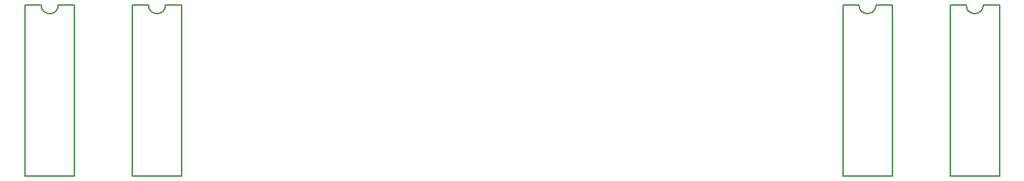
<source format=gbo>
G04 #@! TF.FileFunction,Legend,Bot*
%FSLAX46Y46*%
G04 Gerber Fmt 4.6, Leading zero omitted, Abs format (unit mm)*
G04 Created by KiCad (PCBNEW 4.0.6) date Thursday, 30. August 2018 'u42' 16:42:36*
%MOMM*%
%LPD*%
G01*
G04 APERTURE LIST*
%ADD10C,0.100000*%
%ADD11C,0.152400*%
G04 APERTURE END LIST*
D10*
D11*
X100660200Y-59232800D02*
X100660200Y-38912800D01*
X106502200Y-38912800D02*
X106502200Y-59232800D01*
X100660200Y-59232800D02*
X106502200Y-59232800D01*
X100660200Y-38912800D02*
X102565200Y-38912800D01*
X106502200Y-38912800D02*
X104597200Y-38912800D01*
X104597200Y-38912800D02*
G75*
G02X102565200Y-38912800I-1016000J0D01*
G01*
X87960200Y-59232800D02*
X87960200Y-38912800D01*
X93802200Y-38912800D02*
X93802200Y-59232800D01*
X87960200Y-59232800D02*
X93802200Y-59232800D01*
X87960200Y-38912800D02*
X89865200Y-38912800D01*
X93802200Y-38912800D02*
X91897200Y-38912800D01*
X91897200Y-38912800D02*
G75*
G02X89865200Y-38912800I-1016000J0D01*
G01*
X184780200Y-59232800D02*
X184780200Y-38912800D01*
X190622200Y-38912800D02*
X190622200Y-59232800D01*
X184780200Y-59232800D02*
X190622200Y-59232800D01*
X184780200Y-38912800D02*
X186685200Y-38912800D01*
X190622200Y-38912800D02*
X188717200Y-38912800D01*
X188717200Y-38912800D02*
G75*
G02X186685200Y-38912800I-1016000J0D01*
G01*
X197480200Y-59232800D02*
X197480200Y-38912800D01*
X203322200Y-38912800D02*
X203322200Y-59232800D01*
X197480200Y-59232800D02*
X203322200Y-59232800D01*
X197480200Y-38912800D02*
X199385200Y-38912800D01*
X203322200Y-38912800D02*
X201417200Y-38912800D01*
X201417200Y-38912800D02*
G75*
G02X199385200Y-38912800I-1016000J0D01*
G01*
M02*

</source>
